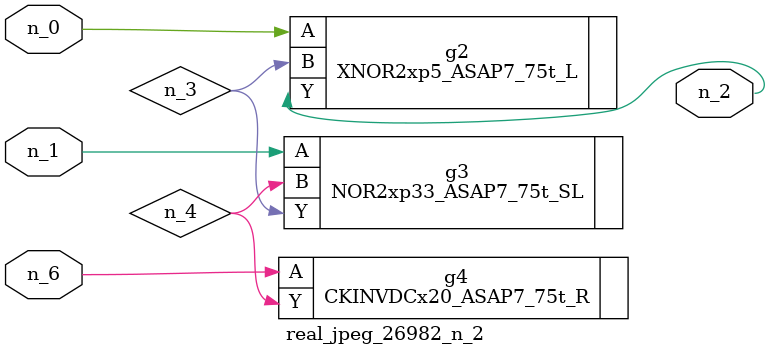
<source format=v>
module real_jpeg_26982_n_2 (n_6, n_1, n_0, n_2);

input n_6;
input n_1;
input n_0;

output n_2;

wire n_4;
wire n_3;

XNOR2xp5_ASAP7_75t_L g2 ( 
.A(n_0),
.B(n_3),
.Y(n_2)
);

NOR2xp33_ASAP7_75t_SL g3 ( 
.A(n_1),
.B(n_4),
.Y(n_3)
);

CKINVDCx20_ASAP7_75t_R g4 ( 
.A(n_6),
.Y(n_4)
);


endmodule
</source>
